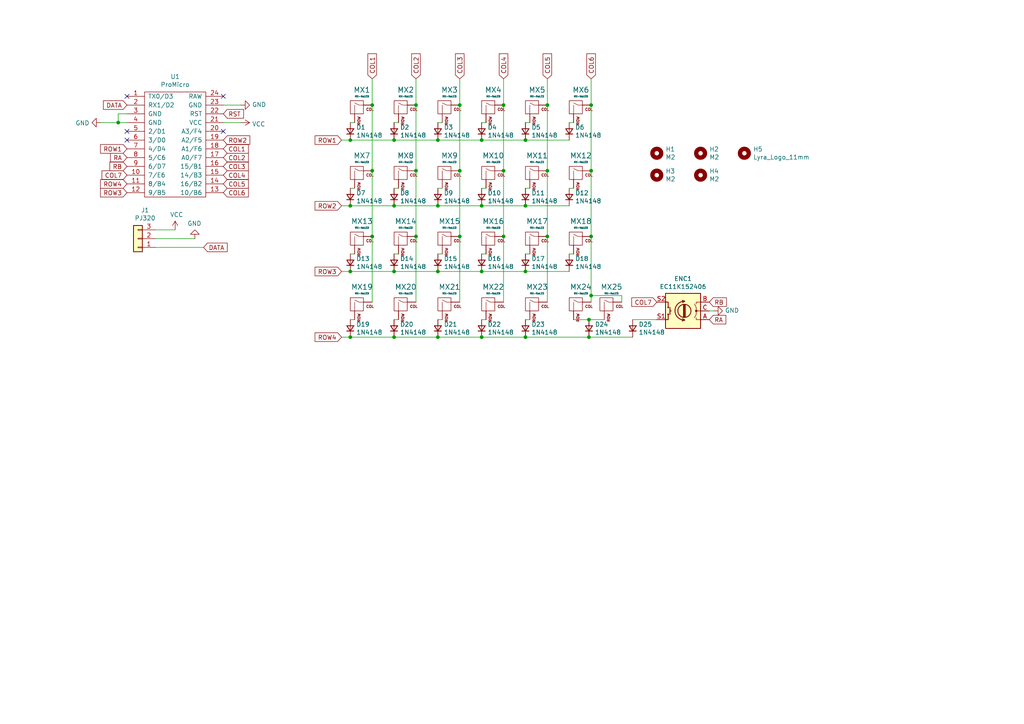
<source format=kicad_sch>
(kicad_sch (version 20210621) (generator eeschema)
  (paper "A4")
  (lib_symbols
    (symbol "Connector_Generic:Conn_01x03" (pin_names (offset 1.016) hide)
      (property "Reference" "J" (at 0 5.08 0))
      (property "Value" "Conn_01x03" (at 0 -5.08 0))
      (symbol "Conn_01x03_1_1"
        (rectangle (start -1.27 -2.413) (end 0 -2.667) (stroke (width 0.1524)))
        (rectangle (start -1.27 0.127) (end 0 -0.127) (stroke (width 0.1524)))
        (rectangle (start -1.27 2.667) (end 0 2.413) (stroke (width 0.1524)))
        (rectangle (start -1.27 3.81) (end 1.27 -3.81) (stroke (width 0.254)) (fill (type background)))
        (pin passive line (at -5.08 2.54 0) (length 3.81) (name "Pin_1") (number "1"))
        (pin passive line (at -5.08 0 0) (length 3.81) (name "Pin_2") (number "2"))
        (pin passive line (at -5.08 -2.54 0) (length 3.81) (name "Pin_3") (number "3"))
      )
    )
    (symbol "Device:D_Small" (pin_numbers hide) (pin_names (offset 0.254) hide)
      (property "Reference" "D" (at -1.27 2.032 0))
      (property "Value" "D_Small" (at -3.81 -2.032 0))
      (symbol "D_Small_0_1"
        (polyline (pts (xy -0.762 -1.016) (xy -0.762 1.016)) (stroke (width 0.254)))
        (polyline (pts (xy -0.762 0) (xy 0.762 0)))
        (polyline (pts (xy 0.762 -1.016) (xy -0.762 0) (xy 0.762 1.016) (xy 0.762 -1.016)) (stroke (width 0.254)))
      )
      (symbol "D_Small_1_1"
        (pin passive line (at -2.54 0 0) (length 1.778) (name "K") (number "1"))
        (pin passive line (at 2.54 0 180) (length 1.778) (name "A") (number "2"))
      )
    )
    (symbol "Device:Rotary_Encoder_Switch" (pin_names (offset 0.254) hide)
      (property "Reference" "SW" (at 0 6.604 0))
      (property "Value" "Device_Rotary_Encoder_Switch" (at 0 -6.604 0))
      (symbol "Rotary_Encoder_Switch_0_1"
        (rectangle (start -5.08 5.08) (end 5.08 -5.08) (stroke (width 0.254)) (fill (type background)))
        (circle (center -3.81 0) (radius 0.254) (fill (type outline)))
        (arc (start -0.381 -2.794) (mid 2.3622 -0.0508) (end -0.381 2.667) (stroke (width 0.254)))
        (circle (center -0.381 0) (radius 1.905) (stroke (width 0.254)))
        (polyline (pts (xy -0.635 -1.778) (xy -0.635 1.778)) (stroke (width 0.254)))
        (polyline (pts (xy -0.381 -1.778) (xy -0.381 1.778)) (stroke (width 0.254)))
        (polyline (pts (xy -0.127 1.778) (xy -0.127 -1.778)) (stroke (width 0.254)))
        (polyline (pts (xy 3.81 0) (xy 3.429 0)) (stroke (width 0.254)))
        (polyline (pts (xy 3.81 1.016) (xy 3.81 -1.016)) (stroke (width 0.254)))
        (polyline (pts (xy -5.08 -2.54) (xy -3.81 -2.54) (xy -3.81 -2.032)))
        (polyline (pts (xy -5.08 2.54) (xy -3.81 2.54) (xy -3.81 2.032)))
        (polyline (pts (xy 0.254 -3.048) (xy -0.508 -2.794) (xy 0.127 -2.413)) (stroke (width 0.254)))
        (polyline (pts (xy 0.254 2.921) (xy -0.508 2.667) (xy 0.127 2.286)) (stroke (width 0.254)))
        (polyline (pts (xy 5.08 -2.54) (xy 4.318 -2.54) (xy 4.318 -1.016)) (stroke (width 0.254)))
        (polyline (pts (xy 5.08 2.54) (xy 4.318 2.54) (xy 4.318 1.016)) (stroke (width 0.254)))
        (polyline (pts (xy -5.08 0) (xy -3.81 0) (xy -3.81 -1.016) (xy -3.302 -2.032)))
        (polyline (pts (xy -4.318 0) (xy -3.81 0) (xy -3.81 1.016) (xy -3.302 2.032)))
        (circle (center 4.318 -1.016) (radius 0.127) (stroke (width 0.254)))
        (circle (center 4.318 1.016) (radius 0.127) (stroke (width 0.254)))
      )
      (symbol "Rotary_Encoder_Switch_1_1"
        (pin passive line (at -7.62 2.54 0) (length 2.54) (name "A") (number "A"))
        (pin passive line (at -7.62 -2.54 0) (length 2.54) (name "B") (number "B"))
        (pin passive line (at -7.62 0 0) (length 2.54) (name "C") (number "C"))
        (pin passive line (at 7.62 2.54 180) (length 2.54) (name "S1") (number "S1"))
        (pin passive line (at 7.62 -2.54 180) (length 2.54) (name "S2") (number "S2"))
      )
    )
    (symbol "Lyra:ProMicro" (pin_names (offset 1.016))
      (property "Reference" "U" (at 0 17.78 0))
      (property "Value" "ProMicro" (at 0 -15.24 0))
      (symbol "ProMicro_0_1"
        (rectangle (start -8.89 16.51) (end 8.89 -13.97))
      )
      (symbol "ProMicro_1_1"
        (pin bidirectional line (at -13.97 15.24 0) (length 5.08) (name "TX0/D3") (number "1"))
        (pin bidirectional line (at -13.97 -7.62 0) (length 5.08) (name "7/E6") (number "10"))
        (pin bidirectional line (at -13.97 -10.16 0) (length 5.08) (name "8/B4") (number "11"))
        (pin bidirectional line (at -13.97 -12.7 0) (length 5.08) (name "9/B5") (number "12"))
        (pin bidirectional line (at 13.97 -12.7 180) (length 5.08) (name "10/B6") (number "13"))
        (pin bidirectional line (at 13.97 -10.16 180) (length 5.08) (name "16/B2") (number "14"))
        (pin bidirectional line (at 13.97 -7.62 180) (length 5.08) (name "14/B3") (number "15"))
        (pin bidirectional line (at 13.97 -5.08 180) (length 5.08) (name "15/B1") (number "16"))
        (pin bidirectional line (at 13.97 -2.54 180) (length 5.08) (name "A0/F7") (number "17"))
        (pin bidirectional line (at 13.97 0 180) (length 5.08) (name "A1/F6") (number "18"))
        (pin bidirectional line (at 13.97 2.54 180) (length 5.08) (name "A2/F5") (number "19"))
        (pin bidirectional line (at -13.97 12.7 0) (length 5.08) (name "RX1/D2") (number "2"))
        (pin bidirectional line (at 13.97 5.08 180) (length 5.08) (name "A3/F4") (number "20"))
        (pin power_in line (at 13.97 7.62 180) (length 5.08) (name "VCC") (number "21"))
        (pin input line (at 13.97 10.16 180) (length 5.08) (name "RST") (number "22"))
        (pin power_in line (at 13.97 12.7 180) (length 5.08) (name "GND") (number "23"))
        (pin power_out line (at 13.97 15.24 180) (length 5.08) (name "RAW") (number "24"))
        (pin power_in line (at -13.97 10.16 0) (length 5.08) (name "GND") (number "3"))
        (pin power_in line (at -13.97 7.62 0) (length 5.08) (name "GND") (number "4"))
        (pin bidirectional line (at -13.97 5.08 0) (length 5.08) (name "2/D1") (number "5"))
        (pin bidirectional line (at -13.97 2.54 0) (length 5.08) (name "3/D0") (number "6"))
        (pin bidirectional line (at -13.97 0 0) (length 5.08) (name "4/D4") (number "7"))
        (pin bidirectional line (at -13.97 -2.54 0) (length 5.08) (name "5/C6") (number "8"))
        (pin bidirectional line (at -13.97 -5.08 0) (length 5.08) (name "6/D7") (number "9"))
      )
    )
    (symbol "MX_Alps_Hybrid:MX-NoLED" (pin_names (offset 1.016))
      (property "Reference" "MX" (at -0.635 3.81 0))
      (property "Value" "MX-NoLED" (at -0.635 1.27 0))
      (symbol "MX-NoLED_0_0"
        (rectangle (start -2.54 2.54) (end 1.27 -1.27))
        (polyline (pts (xy -1.27 -1.27) (xy -1.27 1.27)) (stroke (width 0.127)))
        (polyline (pts (xy 1.27 1.27) (xy 0 1.27) (xy -1.27 1.905)) (stroke (width 0.127)))
        (text "COL" (at 3.175 0 0) (effects (font (size 0.762 0.762))))
        (text "ROW" (at 0 -1.905 900) (effects (font (size 0.762 0.762)) (justify right)))
      )
      (symbol "MX-NoLED_1_1"
        (pin passive line (at 3.81 1.27 180) (length 2.54) (name "COL") (number "1"))
        (pin passive line (at -1.27 -3.81 90) (length 2.54) (name "ROW") (number "2"))
      )
    )
    (symbol "Mechanical:MountingHole" (pin_names (offset 1.016))
      (property "Reference" "H" (at 0 5.08 0))
      (property "Value" "MountingHole" (at 0 3.175 0))
      (symbol "MountingHole_0_1"
        (circle (center 0 0) (radius 1.27) (stroke (width 1.27)))
      )
    )
    (symbol "power:GND" (power) (pin_names (offset 0))
      (property "Value" "GND" (at 0 -3.81 0))
      (symbol "GND_0_1"
        (polyline (pts (xy 0 0) (xy 0 -1.27) (xy 1.27 -1.27) (xy 0 -2.54) (xy -1.27 -1.27) (xy 0 -1.27)))
      )
      (symbol "GND_1_1"
        (pin power_in line (at 0 0 270) (length 0) hide (name "GND") (number "1"))
      )
    )
    (symbol "power:VCC" (power) (pin_names (offset 0))
      (property "Value" "VCC" (at 0 3.81 0))
      (symbol "VCC_0_1"
        (polyline (pts (xy -0.762 1.27) (xy 0 2.54)))
        (polyline (pts (xy 0 0) (xy 0 2.54)))
        (polyline (pts (xy 0 2.54) (xy 0.762 1.27)))
      )
      (symbol "VCC_1_1"
        (pin power_in line (at 0 0 90) (length 0) hide (name "VCC") (number "1"))
      )
    )
  )
  (junction (at 170.815 97.79))
  (junction (at 127 97.79))
  (junction (at 146.05 30.48))
  (junction (at 127 40.64))
  (junction (at 101.6 78.74))
  (junction (at 120.65 68.58))
  (junction (at 171.45 68.58))
  (junction (at 171.45 85.725))
  (junction (at 139.7 59.69))
  (junction (at 101.6 40.64))
  (junction (at 139.7 40.64))
  (junction (at 171.45 30.48))
  (junction (at 133.35 30.48))
  (junction (at 114.3 78.74))
  (junction (at 152.4 78.74))
  (junction (at 152.4 40.64))
  (junction (at 101.6 97.79))
  (junction (at 139.7 97.79))
  (junction (at 139.7 78.74))
  (junction (at 127 59.69))
  (junction (at 152.4 59.69))
  (junction (at 158.75 68.58))
  (junction (at 127 78.74))
  (junction (at 120.65 49.53))
  (junction (at 120.65 30.48))
  (junction (at 133.35 68.58))
  (junction (at 146.05 49.53))
  (junction (at 34.29 35.56))
  (junction (at 101.6 59.69))
  (junction (at 107.95 49.53))
  (junction (at 158.75 30.48))
  (junction (at 114.3 40.64))
  (junction (at 114.3 97.79))
  (junction (at 171.45 49.53))
  (junction (at 107.95 30.48))
  (junction (at 133.35 49.53))
  (junction (at 152.4 97.79))
  (junction (at 114.3 59.69))
  (junction (at 158.75 49.53))
  (junction (at 146.05 68.58))
  (junction (at 107.95 68.58))
  (junction (at 170.815 92.71))
  (no_connect (at 64.77 38.1))
  (no_connect (at 36.83 27.94))
  (no_connect (at 36.83 38.1))
  (no_connect (at 64.77 27.94))
  (no_connect (at 36.83 40.64))
  (wire (pts (xy 166.37 92.71) (xy 170.815 92.71)))
  (wire (pts (xy 127 78.74) (xy 139.7 78.74)))
  (wire (pts (xy 115.57 73.66) (xy 114.3 73.66)))
  (wire (pts (xy 139.7 78.74) (xy 152.4 78.74)))
  (wire (pts (xy 152.4 40.64) (xy 165.1 40.64)))
  (wire (pts (xy 166.37 54.61) (xy 165.1 54.61)))
  (wire (pts (xy 205.74 90.17) (xy 207.01 90.17)))
  (wire (pts (xy 171.45 68.58) (xy 171.45 85.725)))
  (wire (pts (xy 107.95 87.63) (xy 107.95 68.58)))
  (wire (pts (xy 139.7 40.64) (xy 152.4 40.64)))
  (wire (pts (xy 183.515 92.71) (xy 190.5 92.71)))
  (wire (pts (xy 152.4 59.69) (xy 165.1 59.69)))
  (wire (pts (xy 153.67 54.61) (xy 152.4 54.61)))
  (wire (pts (xy 107.95 30.48) (xy 107.95 49.53)))
  (wire (pts (xy 166.37 35.56) (xy 165.1 35.56)))
  (wire (pts (xy 140.97 73.66) (xy 139.7 73.66)))
  (wire (pts (xy 101.6 78.74) (xy 114.3 78.74)))
  (wire (pts (xy 146.05 68.58) (xy 146.05 87.63)))
  (wire (pts (xy 101.6 97.79) (xy 114.3 97.79)))
  (wire (pts (xy 99.06 59.69) (xy 101.6 59.69)))
  (wire (pts (xy 171.45 49.53) (xy 171.45 30.48)))
  (wire (pts (xy 170.815 97.79) (xy 183.515 97.79)))
  (wire (pts (xy 120.65 68.58) (xy 120.65 87.63)))
  (wire (pts (xy 102.87 54.61) (xy 101.6 54.61)))
  (wire (pts (xy 127 97.79) (xy 139.7 97.79)))
  (wire (pts (xy 171.45 30.48) (xy 171.45 22.86)))
  (wire (pts (xy 140.97 35.56) (xy 139.7 35.56)))
  (wire (pts (xy 158.75 68.58) (xy 158.75 87.63)))
  (wire (pts (xy 133.35 68.58) (xy 133.35 87.63)))
  (wire (pts (xy 133.35 22.86) (xy 133.35 30.48)))
  (wire (pts (xy 34.29 35.56) (xy 36.83 35.56)))
  (wire (pts (xy 171.45 68.58) (xy 171.45 49.53)))
  (wire (pts (xy 180.34 85.725) (xy 180.34 87.63)))
  (wire (pts (xy 153.67 92.71) (xy 152.4 92.71)))
  (wire (pts (xy 127 59.69) (xy 139.7 59.69)))
  (wire (pts (xy 34.29 33.02) (xy 34.29 35.56)))
  (wire (pts (xy 146.05 49.53) (xy 146.05 68.58)))
  (wire (pts (xy 56.515 69.215) (xy 45.085 69.215)))
  (wire (pts (xy 64.77 30.48) (xy 69.85 30.48)))
  (wire (pts (xy 34.29 35.56) (xy 29.21 35.56)))
  (wire (pts (xy 115.57 54.61) (xy 114.3 54.61)))
  (wire (pts (xy 158.75 49.53) (xy 158.75 68.58)))
  (wire (pts (xy 128.27 35.56) (xy 127 35.56)))
  (wire (pts (xy 140.97 54.61) (xy 139.7 54.61)))
  (wire (pts (xy 153.67 73.66) (xy 152.4 73.66)))
  (wire (pts (xy 170.815 92.71) (xy 175.26 92.71)))
  (wire (pts (xy 120.65 30.48) (xy 120.65 49.53)))
  (wire (pts (xy 146.05 22.86) (xy 146.05 30.48)))
  (wire (pts (xy 133.35 49.53) (xy 133.35 68.58)))
  (wire (pts (xy 102.87 73.66) (xy 101.6 73.66)))
  (wire (pts (xy 99.06 97.79) (xy 101.6 97.79)))
  (wire (pts (xy 101.6 40.64) (xy 114.3 40.64)))
  (wire (pts (xy 115.57 35.56) (xy 114.3 35.56)))
  (wire (pts (xy 107.95 22.86) (xy 107.95 30.48)))
  (wire (pts (xy 59.055 71.755) (xy 45.085 71.755)))
  (wire (pts (xy 158.75 30.48) (xy 158.75 49.53)))
  (wire (pts (xy 102.87 92.71) (xy 101.6 92.71)))
  (wire (pts (xy 64.77 35.56) (xy 69.85 35.56)))
  (wire (pts (xy 101.6 59.69) (xy 114.3 59.69)))
  (wire (pts (xy 128.27 92.71) (xy 127 92.71)))
  (wire (pts (xy 152.4 78.74) (xy 165.1 78.74)))
  (wire (pts (xy 99.06 78.74) (xy 101.6 78.74)))
  (wire (pts (xy 140.97 92.71) (xy 139.7 92.71)))
  (wire (pts (xy 107.95 49.53) (xy 107.95 68.58)))
  (wire (pts (xy 128.27 73.66) (xy 127 73.66)))
  (wire (pts (xy 171.45 85.725) (xy 180.34 85.725)))
  (wire (pts (xy 152.4 97.79) (xy 170.815 97.79)))
  (wire (pts (xy 114.3 97.79) (xy 127 97.79)))
  (wire (pts (xy 127 40.64) (xy 139.7 40.64)))
  (wire (pts (xy 128.27 54.61) (xy 127 54.61)))
  (wire (pts (xy 139.7 97.79) (xy 152.4 97.79)))
  (wire (pts (xy 102.87 35.56) (xy 101.6 35.56)))
  (wire (pts (xy 166.37 73.66) (xy 165.1 73.66)))
  (wire (pts (xy 158.75 22.86) (xy 158.75 30.48)))
  (wire (pts (xy 114.3 78.74) (xy 127 78.74)))
  (wire (pts (xy 139.7 59.69) (xy 152.4 59.69)))
  (wire (pts (xy 99.06 40.64) (xy 101.6 40.64)))
  (wire (pts (xy 114.3 40.64) (xy 127 40.64)))
  (wire (pts (xy 45.085 66.675) (xy 50.8 66.675)))
  (wire (pts (xy 133.35 30.48) (xy 133.35 49.53)))
  (wire (pts (xy 171.45 85.725) (xy 171.45 87.63)))
  (wire (pts (xy 146.05 30.48) (xy 146.05 49.53)))
  (wire (pts (xy 120.65 49.53) (xy 120.65 68.58)))
  (wire (pts (xy 115.57 92.71) (xy 114.3 92.71)))
  (wire (pts (xy 120.65 22.86) (xy 120.65 30.48)))
  (wire (pts (xy 36.83 33.02) (xy 34.29 33.02)))
  (wire (pts (xy 114.3 59.69) (xy 127 59.69)))
  (wire (pts (xy 153.67 35.56) (xy 152.4 35.56)))
  (global_label "RST" (shape input) (at 64.77 33.02 0) (property "Intersheet References" "${INTERSHEET_REFS}" (effects hide)))
  (global_label "ROW3" (shape input) (at 99.06 78.74 180) (property "Intersheet References" "${INTERSHEET_REFS}" (effects hide)))
  (global_label "COL7" (shape input) (at 36.83 50.8 180) (property "Intersheet References" "${INTERSHEET_REFS}" (effects hide)))
  (global_label "COL5" (shape input) (at 158.75 22.86 90) (property "Intersheet References" "${INTERSHEET_REFS}" (effects hide)))
  (global_label "DATA" (shape input) (at 36.83 30.48 180) (property "Intersheet References" "${INTERSHEET_REFS}" (effects hide)))
  (global_label "COL6" (shape input) (at 171.45 22.86 90) (property "Intersheet References" "${INTERSHEET_REFS}" (effects hide)))
  (global_label "COL3" (shape input) (at 133.35 22.86 90) (property "Intersheet References" "${INTERSHEET_REFS}" (effects hide)))
  (global_label "COL1" (shape input) (at 107.95 22.86 90) (property "Intersheet References" "${INTERSHEET_REFS}" (effects hide)))
  (global_label "ROW1" (shape input) (at 99.06 40.64 180) (property "Intersheet References" "${INTERSHEET_REFS}" (effects hide)))
  (global_label "ROW2" (shape input) (at 64.77 40.64 0) (property "Intersheet References" "${INTERSHEET_REFS}" (effects hide)))
  (global_label "ROW2" (shape input) (at 99.06 59.69 180) (property "Intersheet References" "${INTERSHEET_REFS}" (effects hide)))
  (global_label "COL1" (shape input) (at 64.77 43.18 0) (property "Intersheet References" "${INTERSHEET_REFS}" (effects hide)))
  (global_label "COL4" (shape input) (at 64.77 50.8 0) (property "Intersheet References" "${INTERSHEET_REFS}" (effects hide)))
  (global_label "COL7" (shape input) (at 190.5 87.63 180) (property "Intersheet References" "${INTERSHEET_REFS}" (effects hide)))
  (global_label "RB" (shape input) (at 36.83 48.26 180) (property "Intersheet References" "${INTERSHEET_REFS}" (effects hide)))
  (global_label "COL3" (shape input) (at 64.77 48.26 0) (property "Intersheet References" "${INTERSHEET_REFS}" (effects hide)))
  (global_label "RB" (shape input) (at 205.74 87.63 0) (property "Intersheet References" "${INTERSHEET_REFS}" (effects hide)))
  (global_label "COL4" (shape input) (at 146.05 22.86 90) (property "Intersheet References" "${INTERSHEET_REFS}" (effects hide)))
  (global_label "COL5" (shape input) (at 64.77 53.34 0) (property "Intersheet References" "${INTERSHEET_REFS}" (effects hide)))
  (global_label "COL6" (shape input) (at 64.77 55.88 0) (property "Intersheet References" "${INTERSHEET_REFS}" (effects hide)))
  (global_label "COL2" (shape input) (at 120.65 22.86 90) (property "Intersheet References" "${INTERSHEET_REFS}" (effects hide)))
  (global_label "ROW3" (shape input) (at 36.83 55.88 180) (property "Intersheet References" "${INTERSHEET_REFS}" (effects hide)))
  (global_label "DATA" (shape input) (at 59.055 71.755 0) (property "Intersheet References" "${INTERSHEET_REFS}" (effects hide)))
  (global_label "ROW1" (shape input) (at 36.83 43.18 180) (property "Intersheet References" "${INTERSHEET_REFS}" (effects hide)))
  (global_label "RA" (shape input) (at 205.74 92.71 0) (property "Intersheet References" "${INTERSHEET_REFS}" (effects hide)))
  (global_label "ROW4" (shape input) (at 36.83 53.34 180) (property "Intersheet References" "${INTERSHEET_REFS}" (effects hide)))
  (global_label "COL2" (shape input) (at 64.77 45.72 0) (property "Intersheet References" "${INTERSHEET_REFS}" (effects hide)))
  (global_label "ROW4" (shape input) (at 99.06 97.79 180) (property "Intersheet References" "${INTERSHEET_REFS}" (effects hide)))
  (global_label "RA" (shape input) (at 36.83 45.72 180) (property "Intersheet References" "${INTERSHEET_REFS}" (effects hide)))
  (symbol (lib_id "power:GND") (at 29.21 35.56 270) (unit 1)
    (property "Reference" "#PWR02" (effects hide))
    (property "Value" "GND" (at 25.9588 35.687 90) (effects (justify right)))
  )
  (symbol (lib_id "power:GND") (at 69.85 30.48 90) (unit 1)
    (property "Reference" "#PWR01" (effects hide))
    (property "Value" "GND" (at 73.1012 30.353 90) (effects (justify right)))
  )
  (symbol (lib_id "power:VCC") (at 69.85 35.56 270) (unit 1)
    (property "Reference" "#PWR03" (effects hide))
    (property "Value" "VCC" (at 73.1012 35.9918 90) (effects (justify left)))
  )
  (symbol (lib_id "MX_Alps_Hybrid:MX-NoLED") (at 104.14 31.75 0) (unit 1)
    (property "Reference" "MX1" (at 104.9782 26.0858 0) (effects (font (size 1.524 1.524))))
    (property "Value" "MX-NoLED" (at 104.9782 27.9654 0) (effects (font (size 0.508 0.508))))
    (property "Footprint" "Lyra:MXOnly-1U-NoLED-Reversible" (effects hide))
  )
  (symbol (lib_id "Device:D_Small") (at 101.6 38.1 90) (unit 1)
    (property "Reference" "D1" (at 103.3272 36.9316 90) (effects (justify right)))
    (property "Value" "1N4148" (at 103.3272 39.243 90) (effects (justify right)))
    (property "Footprint" "Lyra:D_DO-35_SOD27_P7.62mm_Horizontal_With_SOD-123_2Sided" (effects hide))
  )
  (symbol (lib_id "MX_Alps_Hybrid:MX-NoLED") (at 116.84 31.75 0) (unit 1)
    (property "Reference" "MX2" (at 117.6782 26.0858 0) (effects (font (size 1.524 1.524))))
    (property "Value" "MX-NoLED" (at 117.6782 27.9654 0) (effects (font (size 0.508 0.508))))
    (property "Footprint" "Lyra:MXOnly-1U-NoLED-Reversible" (effects hide))
  )
  (symbol (lib_id "MX_Alps_Hybrid:MX-NoLED") (at 129.54 31.75 0) (unit 1)
    (property "Reference" "MX3" (at 130.3782 26.0858 0) (effects (font (size 1.524 1.524))))
    (property "Value" "MX-NoLED" (at 130.3782 27.9654 0) (effects (font (size 0.508 0.508))))
    (property "Footprint" "Lyra:MXOnly-1U-NoLED-Reversible" (effects hide))
  )
  (symbol (lib_id "MX_Alps_Hybrid:MX-NoLED") (at 142.24 31.75 0) (unit 1)
    (property "Reference" "MX4" (at 143.0782 26.0858 0) (effects (font (size 1.524 1.524))))
    (property "Value" "MX-NoLED" (at 143.0782 27.9654 0) (effects (font (size 0.508 0.508))))
    (property "Footprint" "Lyra:MXOnly-1U-NoLED-Reversible" (effects hide))
  )
  (symbol (lib_id "MX_Alps_Hybrid:MX-NoLED") (at 154.94 31.75 0) (unit 1)
    (property "Reference" "MX5" (at 155.7782 26.0858 0) (effects (font (size 1.524 1.524))))
    (property "Value" "MX-NoLED" (at 155.7782 27.9654 0) (effects (font (size 0.508 0.508))))
    (property "Footprint" "Lyra:MXOnly-1U-NoLED-Reversible" (effects hide))
  )
  (symbol (lib_id "MX_Alps_Hybrid:MX-NoLED") (at 167.64 31.75 0) (unit 1)
    (property "Reference" "MX6" (at 168.4782 26.0858 0) (effects (font (size 1.524 1.524))))
    (property "Value" "MX-NoLED" (at 168.4782 27.9654 0) (effects (font (size 0.508 0.508))))
    (property "Footprint" "Lyra:MXOnly-1U-NoLED-Reversible" (effects hide))
  )
  (symbol (lib_id "MX_Alps_Hybrid:MX-NoLED") (at 104.14 50.8 0) (unit 1)
    (property "Reference" "MX7" (at 104.9782 45.1358 0) (effects (font (size 1.524 1.524))))
    (property "Value" "MX-NoLED" (at 104.9782 47.0154 0) (effects (font (size 0.508 0.508))))
    (property "Footprint" "Lyra:MXOnly-1U-NoLED-Reversible" (effects hide))
  )
  (symbol (lib_id "MX_Alps_Hybrid:MX-NoLED") (at 116.84 50.8 0) (unit 1)
    (property "Reference" "MX8" (at 117.6782 45.1358 0) (effects (font (size 1.524 1.524))))
    (property "Value" "MX-NoLED" (at 117.6782 47.0154 0) (effects (font (size 0.508 0.508))))
    (property "Footprint" "Lyra:MXOnly-1U-NoLED-Reversible" (effects hide))
  )
  (symbol (lib_id "MX_Alps_Hybrid:MX-NoLED") (at 129.54 50.8 0) (unit 1)
    (property "Reference" "MX9" (at 130.3782 45.1358 0) (effects (font (size 1.524 1.524))))
    (property "Value" "MX-NoLED" (at 130.3782 47.0154 0) (effects (font (size 0.508 0.508))))
    (property "Footprint" "Lyra:MXOnly-1U-NoLED-Reversible" (effects hide))
  )
  (symbol (lib_id "MX_Alps_Hybrid:MX-NoLED") (at 142.24 50.8 0) (unit 1)
    (property "Reference" "MX10" (at 143.0782 45.1358 0) (effects (font (size 1.524 1.524))))
    (property "Value" "MX-NoLED" (at 143.0782 47.0154 0) (effects (font (size 0.508 0.508))))
    (property "Footprint" "Lyra:MXOnly-1U-NoLED-Reversible" (effects hide))
  )
  (symbol (lib_id "MX_Alps_Hybrid:MX-NoLED") (at 154.94 50.8 0) (unit 1)
    (property "Reference" "MX11" (at 155.7782 45.1358 0) (effects (font (size 1.524 1.524))))
    (property "Value" "MX-NoLED" (at 155.7782 47.0154 0) (effects (font (size 0.508 0.508))))
    (property "Footprint" "Lyra:MXOnly-1U-NoLED-Reversible" (effects hide))
  )
  (symbol (lib_id "MX_Alps_Hybrid:MX-NoLED") (at 167.64 50.8 0) (unit 1)
    (property "Reference" "MX12" (at 168.4782 45.1358 0) (effects (font (size 1.524 1.524))))
    (property "Value" "MX-NoLED" (at 168.4782 47.0154 0) (effects (font (size 0.508 0.508))))
    (property "Footprint" "Lyra:MXOnly-1U-NoLED-Reversible" (effects hide))
  )
  (symbol (lib_id "MX_Alps_Hybrid:MX-NoLED") (at 104.14 69.85 0) (unit 1)
    (property "Reference" "MX13" (at 104.9782 64.1858 0) (effects (font (size 1.524 1.524))))
    (property "Value" "MX-NoLED" (at 104.9782 66.0654 0) (effects (font (size 0.508 0.508))))
    (property "Footprint" "Lyra:MXOnly-1U-NoLED-Reversible" (effects hide))
  )
  (symbol (lib_id "MX_Alps_Hybrid:MX-NoLED") (at 116.84 69.85 0) (unit 1)
    (property "Reference" "MX14" (at 117.6782 64.1858 0) (effects (font (size 1.524 1.524))))
    (property "Value" "MX-NoLED" (at 117.6782 66.0654 0) (effects (font (size 0.508 0.508))))
    (property "Footprint" "Lyra:MXOnly-1U-NoLED-Reversible" (effects hide))
  )
  (symbol (lib_id "MX_Alps_Hybrid:MX-NoLED") (at 129.54 69.85 0) (unit 1)
    (property "Reference" "MX15" (at 130.3782 64.1858 0) (effects (font (size 1.524 1.524))))
    (property "Value" "MX-NoLED" (at 130.3782 66.0654 0) (effects (font (size 0.508 0.508))))
    (property "Footprint" "Lyra:MXOnly-1U-NoLED-Reversible" (effects hide))
  )
  (symbol (lib_id "MX_Alps_Hybrid:MX-NoLED") (at 142.24 69.85 0) (unit 1)
    (property "Reference" "MX16" (at 143.0782 64.1858 0) (effects (font (size 1.524 1.524))))
    (property "Value" "MX-NoLED" (at 143.0782 66.0654 0) (effects (font (size 0.508 0.508))))
    (property "Footprint" "Lyra:MXOnly-1U-NoLED-Reversible" (effects hide))
  )
  (symbol (lib_id "MX_Alps_Hybrid:MX-NoLED") (at 154.94 69.85 0) (unit 1)
    (property "Reference" "MX17" (at 155.7782 64.1858 0) (effects (font (size 1.524 1.524))))
    (property "Value" "MX-NoLED" (at 155.7782 66.0654 0) (effects (font (size 0.508 0.508))))
    (property "Footprint" "Lyra:MXOnly-1U-NoLED-Reversible" (effects hide))
  )
  (symbol (lib_id "MX_Alps_Hybrid:MX-NoLED") (at 167.64 69.85 0) (unit 1)
    (property "Reference" "MX18" (at 168.4782 64.1858 0) (effects (font (size 1.524 1.524))))
    (property "Value" "MX-NoLED" (at 168.4782 66.0654 0) (effects (font (size 0.508 0.508))))
    (property "Footprint" "Lyra:MXOnly-1U-NoLED-Reversible" (effects hide))
  )
  (symbol (lib_id "MX_Alps_Hybrid:MX-NoLED") (at 104.14 88.9 0) (unit 1)
    (property "Reference" "MX19" (at 104.9782 83.2358 0) (effects (font (size 1.524 1.524))))
    (property "Value" "MX-NoLED" (at 104.9782 85.1154 0) (effects (font (size 0.508 0.508))))
    (property "Footprint" "Lyra:MXOnly-1U-NoLED-Reversible" (effects hide))
  )
  (symbol (lib_id "MX_Alps_Hybrid:MX-NoLED") (at 116.84 88.9 0) (unit 1)
    (property "Reference" "MX20" (at 117.6782 83.2358 0) (effects (font (size 1.524 1.524))))
    (property "Value" "MX-NoLED" (at 117.6782 85.1154 0) (effects (font (size 0.508 0.508))))
    (property "Footprint" "Lyra:MXOnly-1U-NoLED-Reversible" (effects hide))
  )
  (symbol (lib_id "MX_Alps_Hybrid:MX-NoLED") (at 129.54 88.9 0) (unit 1)
    (property "Reference" "MX21" (at 130.3782 83.2358 0) (effects (font (size 1.524 1.524))))
    (property "Value" "MX-NoLED" (at 130.3782 85.1154 0) (effects (font (size 0.508 0.508))))
    (property "Footprint" "Lyra:MXOnly-1U-NoLED-Reversible" (effects hide))
  )
  (symbol (lib_id "MX_Alps_Hybrid:MX-NoLED") (at 142.24 88.9 0) (unit 1)
    (property "Reference" "MX22" (at 143.0782 83.2358 0) (effects (font (size 1.524 1.524))))
    (property "Value" "MX-NoLED" (at 143.0782 85.1154 0) (effects (font (size 0.508 0.508))))
    (property "Footprint" "Lyra:MXOnly-1U-NoLED-Reversible" (effects hide))
  )
  (symbol (lib_id "MX_Alps_Hybrid:MX-NoLED") (at 154.94 88.9 0) (unit 1)
    (property "Reference" "MX23" (at 155.7782 83.2358 0) (effects (font (size 1.524 1.524))))
    (property "Value" "MX-NoLED" (at 155.7782 85.1154 0) (effects (font (size 0.508 0.508))))
    (property "Footprint" "Lyra:MXOnly-1U-NoLED-Reversible" (effects hide))
  )
  (symbol (lib_id "MX_Alps_Hybrid:MX-NoLED") (at 167.64 88.9 0) (unit 1)
    (property "Reference" "MX24" (at 168.4782 83.2358 0) (effects (font (size 1.524 1.524))))
    (property "Value" "MX-NoLED" (at 168.4782 85.1154 0) (effects (font (size 0.508 0.508))))
    (property "Footprint" "Lyra:MXOnly-1U-NoLED-Reversible" (effects hide))
  )
  (symbol (lib_id "Mechanical:MountingHole") (at 215.9 44.45 0) (unit 1)
    (property "Reference" "H5" (at 218.44 43.2816 0) (effects (justify left)))
    (property "Value" "Lyra_Logo_11mm" (at 218.44 45.593 0) (effects (justify left)))
    (property "Footprint" "Lyra:Lyra_Icon_11mm" (effects hide))
  )
  (symbol (lib_id "Device:Rotary_Encoder_Switch") (at 198.12 90.17 180) (unit 1)
    (property "Reference" "ENC1" (at 198.12 80.8482 0))
    (property "Value" "EC11K152406" (at 198.12 83.1596 0))
    (property "Footprint" "Lyra:RotaryEncoder_Alps_EC11K-Switch_Vertical_H20mm_TwoSided" (effects hide))
  )
  (symbol (lib_id "power:GND") (at 207.01 90.17 90) (unit 1)
    (property "Reference" "#PWR0101" (effects hide))
    (property "Value" "GND" (at 210.2612 90.043 90) (effects (justify right)))
  )
  (symbol (lib_id "Device:D_Small") (at 114.3 38.1 90) (unit 1)
    (property "Reference" "D2" (at 116.0272 36.9316 90) (effects (justify right)))
    (property "Value" "1N4148" (at 116.0272 39.243 90) (effects (justify right)))
    (property "Footprint" "Lyra:D_DO-35_SOD27_P7.62mm_Horizontal_With_SOD-123_2Sided" (effects hide))
  )
  (symbol (lib_id "Device:D_Small") (at 127 38.1 90) (unit 1)
    (property "Reference" "D3" (at 128.7272 36.9316 90) (effects (justify right)))
    (property "Value" "1N4148" (at 128.7272 39.243 90) (effects (justify right)))
    (property "Footprint" "Lyra:D_DO-35_SOD27_P7.62mm_Horizontal_With_SOD-123_2Sided" (effects hide))
  )
  (symbol (lib_id "Device:D_Small") (at 139.7 38.1 90) (unit 1)
    (property "Reference" "D4" (at 141.4272 36.9316 90) (effects (justify right)))
    (property "Value" "1N4148" (at 141.4272 39.243 90) (effects (justify right)))
    (property "Footprint" "Lyra:D_DO-35_SOD27_P7.62mm_Horizontal_With_SOD-123_2Sided" (effects hide))
  )
  (symbol (lib_id "Device:D_Small") (at 152.4 38.1 90) (unit 1)
    (property "Reference" "D5" (at 154.1272 36.9316 90) (effects (justify right)))
    (property "Value" "1N4148" (at 154.1272 39.243 90) (effects (justify right)))
    (property "Footprint" "Lyra:D_DO-35_SOD27_P7.62mm_Horizontal_With_SOD-123_2Sided" (effects hide))
  )
  (symbol (lib_id "Device:D_Small") (at 165.1 38.1 90) (unit 1)
    (property "Reference" "D6" (at 166.8272 36.9316 90) (effects (justify right)))
    (property "Value" "1N4148" (at 166.8272 39.243 90) (effects (justify right)))
    (property "Footprint" "Lyra:D_DO-35_SOD27_P7.62mm_Horizontal_With_SOD-123_2Sided" (effects hide))
  )
  (symbol (lib_id "Device:D_Small") (at 165.1 57.15 90) (unit 1)
    (property "Reference" "D12" (at 166.8272 55.9816 90) (effects (justify right)))
    (property "Value" "1N4148" (at 166.8272 58.293 90) (effects (justify right)))
    (property "Footprint" "Lyra:D_DO-35_SOD27_P7.62mm_Horizontal_With_SOD-123_2Sided" (effects hide))
  )
  (symbol (lib_id "Device:D_Small") (at 152.4 57.15 90) (unit 1)
    (property "Reference" "D11" (at 154.1272 55.9816 90) (effects (justify right)))
    (property "Value" "1N4148" (at 154.1272 58.293 90) (effects (justify right)))
    (property "Footprint" "Lyra:D_DO-35_SOD27_P7.62mm_Horizontal_With_SOD-123_2Sided" (effects hide))
  )
  (symbol (lib_id "Device:D_Small") (at 139.7 57.15 90) (unit 1)
    (property "Reference" "D10" (at 141.4272 55.9816 90) (effects (justify right)))
    (property "Value" "1N4148" (at 141.4272 58.293 90) (effects (justify right)))
    (property "Footprint" "Lyra:D_DO-35_SOD27_P7.62mm_Horizontal_With_SOD-123_2Sided" (effects hide))
  )
  (symbol (lib_id "Device:D_Small") (at 127 57.15 90) (unit 1)
    (property "Reference" "D9" (at 128.7272 55.9816 90) (effects (justify right)))
    (property "Value" "1N4148" (at 128.7272 58.293 90) (effects (justify right)))
    (property "Footprint" "Lyra:D_DO-35_SOD27_P7.62mm_Horizontal_With_SOD-123_2Sided" (effects hide))
  )
  (symbol (lib_id "Device:D_Small") (at 114.3 57.15 90) (unit 1)
    (property "Reference" "D8" (at 116.0272 55.9816 90) (effects (justify right)))
    (property "Value" "1N4148" (at 116.0272 58.293 90) (effects (justify right)))
    (property "Footprint" "Lyra:D_DO-35_SOD27_P7.62mm_Horizontal_With_SOD-123_2Sided" (effects hide))
  )
  (symbol (lib_id "Device:D_Small") (at 101.6 57.15 90) (unit 1)
    (property "Reference" "D7" (at 103.3272 55.9816 90) (effects (justify right)))
    (property "Value" "1N4148" (at 103.3272 58.293 90) (effects (justify right)))
    (property "Footprint" "Lyra:D_DO-35_SOD27_P7.62mm_Horizontal_With_SOD-123_2Sided" (effects hide))
  )
  (symbol (lib_id "Device:D_Small") (at 101.6 76.2 90) (unit 1)
    (property "Reference" "D13" (at 103.3272 75.0316 90) (effects (justify right)))
    (property "Value" "1N4148" (at 103.3272 77.343 90) (effects (justify right)))
    (property "Footprint" "Lyra:D_DO-35_SOD27_P7.62mm_Horizontal_With_SOD-123_2Sided" (effects hide))
  )
  (symbol (lib_id "Device:D_Small") (at 114.3 76.2 90) (unit 1)
    (property "Reference" "D14" (at 116.0272 75.0316 90) (effects (justify right)))
    (property "Value" "1N4148" (at 116.0272 77.343 90) (effects (justify right)))
    (property "Footprint" "Lyra:D_DO-35_SOD27_P7.62mm_Horizontal_With_SOD-123_2Sided" (effects hide))
  )
  (symbol (lib_id "Device:D_Small") (at 127 76.2 90) (unit 1)
    (property "Reference" "D15" (at 128.7272 75.0316 90) (effects (justify right)))
    (property "Value" "1N4148" (at 128.7272 77.343 90) (effects (justify right)))
    (property "Footprint" "Lyra:D_DO-35_SOD27_P7.62mm_Horizontal_With_SOD-123_2Sided" (effects hide))
  )
  (symbol (lib_id "Device:D_Small") (at 139.7 76.2 90) (unit 1)
    (property "Reference" "D16" (at 141.4272 75.0316 90) (effects (justify right)))
    (property "Value" "1N4148" (at 141.4272 77.343 90) (effects (justify right)))
    (property "Footprint" "Lyra:D_DO-35_SOD27_P7.62mm_Horizontal_With_SOD-123_2Sided" (effects hide))
  )
  (symbol (lib_id "Device:D_Small") (at 152.4 76.2 90) (unit 1)
    (property "Reference" "D17" (at 154.1272 75.0316 90) (effects (justify right)))
    (property "Value" "1N4148" (at 154.1272 77.343 90) (effects (justify right)))
    (property "Footprint" "Lyra:D_DO-35_SOD27_P7.62mm_Horizontal_With_SOD-123_2Sided" (effects hide))
  )
  (symbol (lib_id "Device:D_Small") (at 165.1 76.2 90) (unit 1)
    (property "Reference" "D18" (at 166.8272 75.0316 90) (effects (justify right)))
    (property "Value" "1N4148" (at 166.8272 77.343 90) (effects (justify right)))
    (property "Footprint" "Lyra:D_DO-35_SOD27_P7.62mm_Horizontal_With_SOD-123_2Sided" (effects hide))
  )
  (symbol (lib_id "Device:D_Small") (at 170.815 95.25 90) (unit 1)
    (property "Reference" "D24" (at 172.5422 94.0816 90) (effects (justify right)))
    (property "Value" "1N4148" (at 172.5422 96.393 90) (effects (justify right)))
    (property "Footprint" "Lyra:D_DO-35_SOD27_P7.62mm_Horizontal_With_SOD-123_2Sided" (effects hide))
  )
  (symbol (lib_id "Device:D_Small") (at 183.515 95.25 90) (unit 1)
    (property "Reference" "D25" (at 185.2422 94.0816 90) (effects (justify right)))
    (property "Value" "1N4148" (at 185.2422 96.393 90) (effects (justify right)))
    (property "Footprint" "Lyra:D_DO-35_SOD27_P7.62mm_Horizontal_With_SOD-123_2Sided" (effects hide))
  )
  (symbol (lib_id "Device:D_Small") (at 152.4 95.25 90) (unit 1)
    (property "Reference" "D23" (at 154.1272 94.0816 90) (effects (justify right)))
    (property "Value" "1N4148" (at 154.1272 96.393 90) (effects (justify right)))
    (property "Footprint" "Lyra:D_DO-35_SOD27_P7.62mm_Horizontal_With_SOD-123_2Sided" (effects hide))
  )
  (symbol (lib_id "Device:D_Small") (at 139.7 95.25 90) (unit 1)
    (property "Reference" "D22" (at 141.4272 94.0816 90) (effects (justify right)))
    (property "Value" "1N4148" (at 141.4272 96.393 90) (effects (justify right)))
    (property "Footprint" "Lyra:D_DO-35_SOD27_P7.62mm_Horizontal_With_SOD-123_2Sided" (effects hide))
  )
  (symbol (lib_id "Device:D_Small") (at 127 95.25 90) (unit 1)
    (property "Reference" "D21" (at 128.7272 94.0816 90) (effects (justify right)))
    (property "Value" "1N4148" (at 128.7272 96.393 90) (effects (justify right)))
    (property "Footprint" "Lyra:D_DO-35_SOD27_P7.62mm_Horizontal_With_SOD-123_2Sided" (effects hide))
  )
  (symbol (lib_id "Device:D_Small") (at 114.3 95.25 90) (unit 1)
    (property "Reference" "D20" (at 116.0272 94.0816 90) (effects (justify right)))
    (property "Value" "1N4148" (at 116.0272 96.393 90) (effects (justify right)))
    (property "Footprint" "Lyra:D_DO-35_SOD27_P7.62mm_Horizontal_With_SOD-123_2Sided" (effects hide))
  )
  (symbol (lib_id "Device:D_Small") (at 101.6 95.25 90) (unit 1)
    (property "Reference" "D19" (at 103.3272 94.0816 90) (effects (justify right)))
    (property "Value" "1N4148" (at 103.3272 96.393 90) (effects (justify right)))
    (property "Footprint" "Lyra:D_DO-35_SOD27_P7.62mm_Horizontal_With_SOD-123_2Sided" (effects hide))
  )
  (symbol (lib_id "Mechanical:MountingHole") (at 190.5 44.45 0) (unit 1)
    (property "Reference" "H1" (at 193.04 43.2816 0) (effects (justify left)))
    (property "Value" "M2" (at 193.04 45.593 0) (effects (justify left)))
    (property "Footprint" "MountingHole:MountingHole_2.2mm_M2" (effects hide))
  )
  (symbol (lib_id "Mechanical:MountingHole") (at 203.2 44.45 0) (unit 1)
    (property "Reference" "H2" (at 205.74 43.2816 0) (effects (justify left)))
    (property "Value" "M2" (at 205.74 45.593 0) (effects (justify left)))
    (property "Footprint" "MountingHole:MountingHole_2.2mm_M2" (effects hide))
  )
  (symbol (lib_id "Mechanical:MountingHole") (at 203.2 50.8 0) (unit 1)
    (property "Reference" "H4" (at 205.74 49.6316 0) (effects (justify left)))
    (property "Value" "M2" (at 205.74 51.943 0) (effects (justify left)))
    (property "Footprint" "MountingHole:MountingHole_2.2mm_M2" (effects hide))
  )
  (symbol (lib_id "Mechanical:MountingHole") (at 190.5 50.8 0) (unit 1)
    (property "Reference" "H3" (at 193.04 49.6316 0) (effects (justify left)))
    (property "Value" "M2" (at 193.04 51.943 0) (effects (justify left)))
    (property "Footprint" "MountingHole:MountingHole_2.2mm_M2" (effects hide))
  )
  (symbol (lib_id "Lyra:ProMicro") (at 50.8 43.18 0) (unit 1)
    (property "Reference" "U1" (at 50.8 22.225 0))
    (property "Value" "ProMicro" (at 50.8 24.5364 0))
    (property "Footprint" "Lyra:ProMicro_TwoSided" (effects hide))
    (property "Datasheet" "N/A" (effects hide))
  )
  (symbol (lib_id "MX_Alps_Hybrid:MX-NoLED") (at 176.53 88.9 0) (unit 1)
    (property "Reference" "MX25" (at 177.3682 83.2358 0) (effects (font (size 1.524 1.524))))
    (property "Value" "MX-NoLED" (at 177.3682 85.1154 0) (effects (font (size 0.508 0.508))))
    (property "Footprint" "Lyra:MXOnly-2U-ReversedStabilizers-NoLED-Reversible" (effects hide))
  )
  (symbol (lib_id "Connector_Generic:Conn_01x03") (at 40.005 69.215 180) (unit 1)
    (property "Reference" "J1" (at 42.0878 60.96 0))
    (property "Value" "PJ320" (at 42.0878 63.2714 0))
    (property "Footprint" "Lyra:PJ320-Reversible" (effects hide))
  )
  (symbol (lib_id "power:VCC") (at 50.8 66.675 0) (unit 1)
    (property "Reference" "#PWR0102" (effects hide))
    (property "Value" "VCC" (at 51.2318 62.2808 0))
  )
  (symbol (lib_id "power:GND") (at 56.515 69.215 180) (unit 1)
    (property "Reference" "#PWR0103" (effects hide))
    (property "Value" "GND" (at 56.388 64.8208 0))
  )
)
</source>
